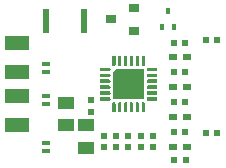
<source format=gtp>
%TF.GenerationSoftware,Altium Limited,Altium Designer,24.7.2 (38)*%
G04 Layer_Color=8421504*
%FSLAX26Y26*%
%MOIN*%
%TF.SameCoordinates,5A157747-18B5-4676-A4C7-82BAAE217A37*%
%TF.FilePolarity,Positive*%
%TF.FileFunction,Paste,Top*%
%TF.Part,Single*%
G01*
G75*
%TA.AperFunction,SMDPad,CuDef*%
%ADD10C,0.090354*%
%TA.AperFunction,BGAPad,CuDef*%
%ADD11C,0.010630*%
%TA.AperFunction,ConnectorPad*%
%ADD12R,0.078740X0.047244*%
%ADD13R,0.035433X0.031496*%
%TA.AperFunction,SMDPad,CuDef*%
%ADD14R,0.021654X0.078740*%
%ADD15R,0.024409X0.022441*%
%ADD16R,0.022441X0.024409*%
%ADD17R,0.029528X0.023622*%
%ADD18R,0.027559X0.015748*%
%ADD19R,0.015748X0.020079*%
%ADD20R,0.057087X0.039370*%
G36*
X638779Y365158D02*
Y363983D01*
X637880Y361812D01*
X636219Y360151D01*
X634049Y359252D01*
X631699D01*
X629529Y360151D01*
X627867Y361812D01*
X626968Y363983D01*
Y365158D01*
Y392716D01*
X638779D01*
Y365158D01*
D02*
G37*
G36*
X619095D02*
Y363983D01*
X618195Y361812D01*
X616534Y360151D01*
X614364Y359252D01*
X612014D01*
X609844Y360151D01*
X608183Y361812D01*
X607284Y363983D01*
Y365158D01*
X607283D01*
Y392716D01*
X619095D01*
Y365158D01*
D02*
G37*
G36*
X599409D02*
Y363983D01*
X598510Y361812D01*
X596849Y360151D01*
X594678Y359252D01*
X592329D01*
X590159Y360151D01*
X588497Y361812D01*
X587598Y363983D01*
Y365158D01*
Y392716D01*
X599409D01*
Y365158D01*
D02*
G37*
G36*
X579724D02*
Y363983D01*
X578825Y361812D01*
X577164Y360151D01*
X574994Y359252D01*
X572644D01*
X570474Y360151D01*
X568812Y361812D01*
X567913Y363983D01*
Y365158D01*
Y392716D01*
X579724D01*
Y365158D01*
D02*
G37*
G36*
X560039D02*
Y363983D01*
X559140Y361812D01*
X557479Y360151D01*
X555308Y359252D01*
X552959D01*
X550789Y360151D01*
X549127Y361812D01*
X548228Y363983D01*
Y365158D01*
Y392716D01*
X560039D01*
X560039Y365158D01*
D02*
G37*
G36*
X540354D02*
Y363983D01*
X539455Y361812D01*
X537794Y360151D01*
X535623Y359252D01*
X533274D01*
X531104Y360151D01*
X529442Y361812D01*
X528543Y363983D01*
Y365158D01*
Y392716D01*
X540354D01*
Y365158D01*
D02*
G37*
G36*
X677165Y342520D02*
X648432D01*
X646261Y343419D01*
X644600Y345080D01*
X643701Y347250D01*
Y348425D01*
Y349600D01*
X644600Y351770D01*
X646261Y353432D01*
X648432Y354331D01*
X677165D01*
Y342520D01*
D02*
G37*
G36*
X521062Y353432D02*
X522723Y351770D01*
X523622Y349600D01*
Y348425D01*
Y347250D01*
X522723Y345080D01*
X521062Y343419D01*
X518891Y342520D01*
X490158D01*
Y354331D01*
X518891D01*
X521062Y353432D01*
D02*
G37*
G36*
X677165Y322835D02*
X649606Y322835D01*
X648432D01*
X646261Y323734D01*
X644600Y325395D01*
X643701Y327565D01*
Y328740D01*
Y329915D01*
X644600Y332085D01*
X646261Y333747D01*
X648432Y334646D01*
X677165D01*
Y322835D01*
D02*
G37*
G36*
X521062Y333747D02*
X522723Y332085D01*
X523622Y329915D01*
Y328740D01*
Y327565D01*
X522723Y325395D01*
X521062Y323734D01*
X518891Y322835D01*
X517716D01*
Y322835D01*
X490158D01*
Y334646D01*
X518891D01*
X521062Y333747D01*
D02*
G37*
G36*
X677165Y303150D02*
X648432D01*
X646261Y304049D01*
X644600Y305710D01*
X643701Y307880D01*
Y309055D01*
Y310230D01*
X644600Y312400D01*
X646261Y314062D01*
X648432Y314961D01*
X677165D01*
Y303150D01*
D02*
G37*
G36*
X521062Y314062D02*
X522723Y312400D01*
X523622Y310230D01*
Y309055D01*
Y307880D01*
X522723Y305710D01*
X521062Y304049D01*
X518891Y303150D01*
X490158D01*
Y314961D01*
X518891D01*
X521062Y314062D01*
D02*
G37*
G36*
X677165Y283465D02*
X648432D01*
X646261Y284364D01*
X644600Y286025D01*
X643701Y288195D01*
Y289370D01*
Y290545D01*
X644600Y292715D01*
X646261Y294377D01*
X648432Y295276D01*
X677165D01*
Y283465D01*
D02*
G37*
G36*
X521062Y294377D02*
X522723Y292715D01*
X523622Y290545D01*
Y289370D01*
Y288195D01*
X522723Y286025D01*
X521062Y284364D01*
X518891Y283465D01*
X490158D01*
Y295276D01*
X518891D01*
X521062Y294377D01*
D02*
G37*
G36*
X677165Y263779D02*
X648432D01*
X646261Y264678D01*
X644600Y266340D01*
X643701Y268510D01*
Y269685D01*
Y270860D01*
X644600Y273030D01*
X646261Y274691D01*
X648432Y275591D01*
X649606D01*
Y275591D01*
X677165D01*
Y263779D01*
D02*
G37*
G36*
X517716Y275591D02*
X518891D01*
X521062Y274691D01*
X522723Y273030D01*
X523622Y270860D01*
Y269685D01*
Y268510D01*
X522723Y266340D01*
X521062Y264678D01*
X518891Y263779D01*
X490158D01*
Y275591D01*
X517716Y275591D01*
D02*
G37*
G36*
X633858Y249016D02*
X533465D01*
Y339567D01*
X543307Y349409D01*
X633858D01*
Y249016D01*
D02*
G37*
G36*
X677165Y244095D02*
X648432D01*
X646261Y244994D01*
X644600Y246655D01*
X643701Y248825D01*
Y250000D01*
Y251175D01*
X644600Y253345D01*
X646261Y255006D01*
X648432Y255905D01*
X677165D01*
Y244095D01*
D02*
G37*
G36*
X521062Y255006D02*
X522723Y253345D01*
X523622Y251175D01*
Y250000D01*
Y248825D01*
X522723Y246655D01*
X521062Y244994D01*
X518891Y244095D01*
X490158D01*
Y255905D01*
X518891D01*
X521062Y255006D01*
D02*
G37*
G36*
X636219Y238274D02*
X637880Y236613D01*
X638779Y234442D01*
Y233268D01*
Y205709D01*
X626968D01*
Y233268D01*
Y234442D01*
X627867Y236613D01*
X629529Y238274D01*
X631699Y239173D01*
X634049D01*
X636219Y238274D01*
D02*
G37*
G36*
X616534D02*
X618195Y236613D01*
X619095Y234442D01*
Y233268D01*
Y205709D01*
X607283D01*
X607284Y233268D01*
Y234442D01*
X608183Y236613D01*
X609844Y238274D01*
X612014Y239173D01*
X614364D01*
X616534Y238274D01*
D02*
G37*
G36*
X596849D02*
X598510Y236613D01*
X599409Y234442D01*
Y233268D01*
Y205709D01*
X587598D01*
Y233268D01*
Y234442D01*
X588497Y236613D01*
X590159Y238274D01*
X592329Y239173D01*
X594678D01*
X596849Y238274D01*
D02*
G37*
G36*
X577164D02*
X578825Y236613D01*
X579724Y234442D01*
Y233268D01*
Y205709D01*
X567913D01*
Y233268D01*
Y234442D01*
X568812Y236613D01*
X570474Y238274D01*
X572644Y239173D01*
X574994D01*
X577164Y238274D01*
D02*
G37*
G36*
X557479D02*
X559140Y236613D01*
X560039Y234442D01*
Y233268D01*
X560039D01*
Y205709D01*
X548228D01*
Y233268D01*
Y234442D01*
X549127Y236613D01*
X550789Y238274D01*
X552959Y239173D01*
X555308D01*
X557479Y238274D01*
D02*
G37*
G36*
X537794D02*
X539455Y236613D01*
X540354Y234442D01*
Y233268D01*
Y205709D01*
X528543D01*
Y233268D01*
Y234442D01*
X529442Y236613D01*
X531104Y238274D01*
X533274Y239173D01*
X535623D01*
X537794Y238274D01*
D02*
G37*
D10*
X583661Y299213D02*
D03*
D11*
X534449Y376593D02*
D03*
X554134Y375984D02*
D03*
X573819D02*
D03*
X593504Y376593D02*
D03*
X613189Y375984D02*
D03*
X632874D02*
D03*
X661042Y348425D02*
D03*
X660433Y328740D02*
D03*
Y309055D02*
D03*
X661042Y289370D02*
D03*
X660433Y269685D02*
D03*
Y250000D02*
D03*
X632874Y211614D02*
D03*
X613189Y222441D02*
D03*
X593504D02*
D03*
X573819Y221832D02*
D03*
X554134Y222441D02*
D03*
X534449D02*
D03*
X496063Y250000D02*
D03*
X506890Y269685D02*
D03*
Y289370D02*
D03*
X506281Y309055D02*
D03*
X506890Y328740D02*
D03*
Y348425D02*
D03*
D12*
X212598Y161417D02*
D03*
Y259842D02*
D03*
Y338583D02*
D03*
Y437008D02*
D03*
D13*
X523622Y514764D02*
D03*
X602362Y552165D02*
D03*
Y477362D02*
D03*
D14*
X308071Y509842D02*
D03*
X436024D02*
D03*
D15*
X582766Y125984D02*
D03*
Y88189D02*
D03*
X541516Y125984D02*
D03*
Y88189D02*
D03*
X665266Y125984D02*
D03*
Y88189D02*
D03*
X624016Y88189D02*
D03*
Y125984D02*
D03*
X457677Y207480D02*
D03*
Y245276D02*
D03*
X500266Y88189D02*
D03*
Y125984D02*
D03*
D16*
X735630Y138780D02*
D03*
X773425D02*
D03*
X735630Y239173D02*
D03*
X773425D02*
D03*
X735630Y338583D02*
D03*
X773425D02*
D03*
X736024Y45276D02*
D03*
X773819D02*
D03*
X735630Y437008D02*
D03*
X773425D02*
D03*
X880225Y444882D02*
D03*
X842430D02*
D03*
X880225Y137795D02*
D03*
X842430D02*
D03*
D17*
X778543Y189365D02*
D03*
X733268D02*
D03*
Y289365D02*
D03*
X778543D02*
D03*
Y389365D02*
D03*
X733268D02*
D03*
X778543Y89365D02*
D03*
X733268D02*
D03*
D18*
X307087Y366142D02*
D03*
Y338583D02*
D03*
X307087Y232284D02*
D03*
Y259842D02*
D03*
Y74803D02*
D03*
Y102362D02*
D03*
D19*
X695866Y491142D02*
D03*
X735236D02*
D03*
X715551Y542323D02*
D03*
D20*
X375000Y237401D02*
D03*
Y162598D02*
D03*
X440945Y87795D02*
D03*
Y162598D02*
D03*
%TF.MD5,e2821c9e740f557b2be07f82cacfa33a*%
M02*

</source>
